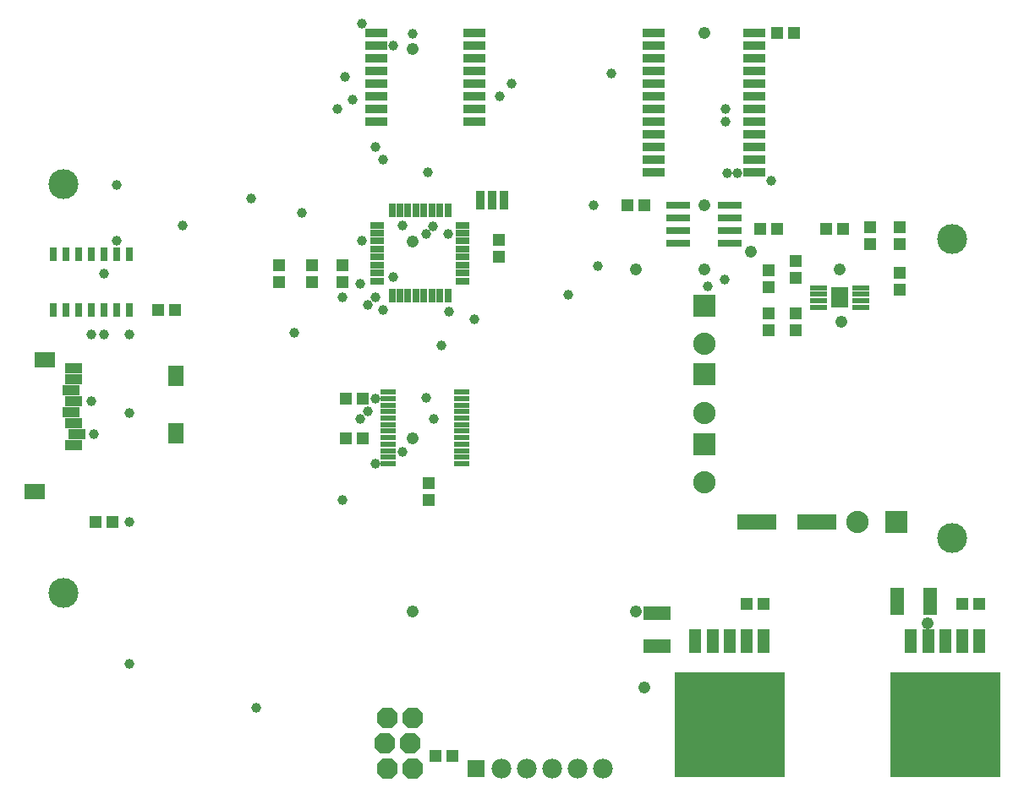
<source format=gts>
G75*
%MOIN*%
%OFA0B0*%
%FSLAX24Y24*%
%IPPOS*%
%LPD*%
%AMOC8*
5,1,8,0,0,1.08239X$1,22.5*
%
%ADD10R,0.0580X0.0300*%
%ADD11R,0.0300X0.0580*%
%ADD12R,0.0356X0.0749*%
%ADD13R,0.0474X0.0513*%
%ADD14R,0.0513X0.0474*%
%ADD15R,0.0630X0.0217*%
%ADD16R,0.0880X0.0880*%
%ADD17C,0.0880*%
%ADD18R,0.0674X0.0674*%
%ADD19C,0.0780*%
%ADD20OC8,0.0820*%
%ADD21R,0.0316X0.0552*%
%ADD22R,0.0710X0.0237*%
%ADD23R,0.0698X0.0824*%
%ADD24R,0.4332X0.4178*%
%ADD25R,0.0500X0.0930*%
%ADD26R,0.1064X0.0552*%
%ADD27R,0.0552X0.1064*%
%ADD28C,0.1182*%
%ADD29R,0.0946X0.0316*%
%ADD30R,0.0880X0.0340*%
%ADD31R,0.0631X0.0789*%
%ADD32R,0.0828X0.0631*%
%ADD33R,0.0671X0.0395*%
%ADD34R,0.1576X0.0631*%
%ADD35C,0.0390*%
%ADD36C,0.0476*%
D10*
X016050Y020560D03*
X016050Y020875D03*
X016050Y021190D03*
X016050Y021505D03*
X016050Y021820D03*
X016050Y022135D03*
X016050Y022450D03*
X016050Y022765D03*
X019430Y022765D03*
X019430Y022450D03*
X019430Y022135D03*
X019430Y021820D03*
X019430Y021505D03*
X019430Y021190D03*
X019430Y020875D03*
X019430Y020560D03*
D11*
X018842Y019972D03*
X018527Y019972D03*
X018212Y019972D03*
X017897Y019972D03*
X017582Y019972D03*
X017267Y019972D03*
X016952Y019972D03*
X016637Y019972D03*
X016637Y023352D03*
X016952Y023352D03*
X017267Y023352D03*
X017582Y023352D03*
X017897Y023352D03*
X018212Y023352D03*
X018527Y023352D03*
X018842Y023352D03*
D12*
X020117Y023762D03*
X020590Y023762D03*
X021062Y023762D03*
D13*
X020840Y022197D03*
X020840Y021528D03*
X014690Y021197D03*
X014690Y020528D03*
X013490Y020528D03*
X013490Y021197D03*
X012190Y021197D03*
X012190Y020528D03*
X018090Y012597D03*
X018090Y011928D03*
X031490Y018628D03*
X031490Y019297D03*
X032540Y019297D03*
X032540Y018628D03*
X031490Y020328D03*
X031490Y020997D03*
X032540Y020678D03*
X032540Y021347D03*
X035490Y022028D03*
X035490Y022697D03*
X036640Y022697D03*
X036640Y022028D03*
X036640Y020897D03*
X036640Y020228D03*
D14*
X034424Y022612D03*
X033755Y022612D03*
X031824Y022612D03*
X031155Y022612D03*
X026574Y023562D03*
X025905Y023562D03*
X031805Y030362D03*
X032474Y030362D03*
X015474Y015912D03*
X014805Y015912D03*
X014805Y014362D03*
X015474Y014362D03*
X008074Y019412D03*
X007405Y019412D03*
X005624Y011062D03*
X004955Y011062D03*
X018355Y001812D03*
X019024Y001812D03*
X030605Y007812D03*
X031274Y007812D03*
X039105Y007812D03*
X039774Y007812D03*
D15*
X019379Y013355D03*
X019379Y013611D03*
X019379Y013867D03*
X019379Y014123D03*
X019379Y014379D03*
X019379Y014634D03*
X019379Y014890D03*
X019379Y015146D03*
X019379Y015402D03*
X019379Y015658D03*
X019379Y015914D03*
X019379Y016170D03*
X016500Y016170D03*
X016500Y015914D03*
X016500Y015658D03*
X016500Y015402D03*
X016500Y015146D03*
X016500Y014890D03*
X016500Y014634D03*
X016500Y014379D03*
X016500Y014123D03*
X016500Y013867D03*
X016500Y013611D03*
X016500Y013355D03*
D16*
X028940Y014127D03*
X028940Y016882D03*
X028940Y019595D03*
X036510Y011062D03*
D17*
X034992Y011062D03*
X028940Y012609D03*
X028940Y015364D03*
X028940Y018077D03*
D18*
X019940Y001312D03*
D19*
X020940Y001312D03*
X021940Y001312D03*
X022940Y001312D03*
X023940Y001312D03*
X024940Y001312D03*
D20*
X017440Y001312D03*
X016440Y001312D03*
X016340Y002312D03*
X017340Y002312D03*
X017440Y003312D03*
X016440Y003312D03*
D21*
X006290Y019410D03*
X005790Y019410D03*
X005290Y019410D03*
X004790Y019410D03*
X004290Y019410D03*
X003790Y019410D03*
X003290Y019410D03*
X003290Y021615D03*
X003790Y021615D03*
X004290Y021615D03*
X004790Y021615D03*
X005290Y021615D03*
X005790Y021615D03*
X006290Y021615D03*
D22*
X033463Y020296D03*
X033463Y020040D03*
X033463Y019784D03*
X033463Y019529D03*
X035116Y019529D03*
X035116Y019784D03*
X035116Y020040D03*
X035116Y020296D03*
D23*
X034290Y019912D03*
D24*
X038440Y003062D03*
X029940Y003062D03*
D25*
X029940Y006342D03*
X030610Y006342D03*
X031280Y006342D03*
X029270Y006342D03*
X028600Y006342D03*
X037100Y006342D03*
X037770Y006342D03*
X038440Y006342D03*
X039110Y006342D03*
X039780Y006342D03*
D26*
X027090Y006163D03*
X027090Y007462D03*
D27*
X036540Y007912D03*
X037839Y007912D03*
D28*
X038729Y010406D03*
X038729Y022218D03*
X003690Y024383D03*
X003690Y008241D03*
D29*
X027916Y022062D03*
X027916Y022562D03*
X027916Y023062D03*
X027916Y023562D03*
X029963Y023562D03*
X029963Y023062D03*
X029963Y022562D03*
X029963Y022062D03*
D30*
X030920Y024862D03*
X030920Y025362D03*
X030920Y025862D03*
X030920Y026362D03*
X030920Y026862D03*
X030920Y027362D03*
X030920Y027862D03*
X030920Y028362D03*
X030920Y028862D03*
X030920Y029362D03*
X030920Y029862D03*
X030920Y030362D03*
X026960Y030362D03*
X026960Y029862D03*
X026960Y029362D03*
X026960Y028862D03*
X026960Y028362D03*
X026960Y027862D03*
X026960Y027362D03*
X026960Y026862D03*
X026960Y026362D03*
X026960Y025862D03*
X026960Y025362D03*
X026960Y024862D03*
X019870Y026862D03*
X019870Y027362D03*
X019870Y027862D03*
X019870Y028362D03*
X019870Y028862D03*
X019870Y029362D03*
X019870Y029862D03*
X019870Y030362D03*
X016010Y030362D03*
X016010Y029862D03*
X016010Y029362D03*
X016010Y028862D03*
X016010Y028362D03*
X016010Y027862D03*
X016010Y027362D03*
X016010Y026862D03*
D31*
X008132Y016805D03*
X008132Y014561D03*
D32*
X002955Y017435D03*
X002561Y012258D03*
D33*
X004077Y014093D03*
X004234Y014526D03*
X004077Y014959D03*
X003998Y015392D03*
X004077Y015825D03*
X003998Y016258D03*
X004077Y016691D03*
X004077Y017124D03*
D34*
X031009Y011062D03*
X033371Y011062D03*
D35*
X006290Y005462D03*
X011290Y003712D03*
X006290Y011062D03*
X004890Y014512D03*
X004790Y015812D03*
X006290Y015362D03*
X006290Y018462D03*
X005290Y018462D03*
X004790Y018462D03*
X005290Y020862D03*
X005790Y022162D03*
X005790Y024362D03*
X008390Y022762D03*
X011090Y023812D03*
X013090Y023262D03*
X015440Y022162D03*
X017040Y022762D03*
X017990Y022412D03*
X018240Y022712D03*
X018840Y022412D03*
X016690Y020712D03*
X015990Y019912D03*
X015690Y019612D03*
X016290Y019412D03*
X015390Y020462D03*
X014690Y019912D03*
X012790Y018512D03*
X015990Y015912D03*
X015690Y015412D03*
X015390Y015112D03*
X017040Y013812D03*
X015990Y013362D03*
X014690Y011912D03*
X018290Y015112D03*
X017990Y015962D03*
X018590Y018012D03*
X018890Y019362D03*
X019890Y019062D03*
X023590Y020012D03*
X024740Y021162D03*
X024590Y023562D03*
X029090Y020362D03*
X029740Y020612D03*
X031590Y024512D03*
X030240Y024812D03*
X029840Y024812D03*
X029790Y026862D03*
X029790Y027362D03*
X025290Y028762D03*
X021340Y028362D03*
X020890Y027862D03*
X017440Y030312D03*
X016690Y029862D03*
X015440Y030712D03*
X014790Y028612D03*
X015090Y027712D03*
X014490Y027362D03*
X015990Y025862D03*
X016290Y025362D03*
X018040Y024862D03*
D36*
X017440Y022112D03*
X026240Y021012D03*
X028940Y021012D03*
X030790Y021712D03*
X028940Y023562D03*
X034290Y021012D03*
X034340Y018962D03*
X028940Y030362D03*
X017440Y029712D03*
X017440Y014362D03*
X017440Y007512D03*
X026240Y007512D03*
X026590Y004512D03*
X037740Y007062D03*
M02*

</source>
